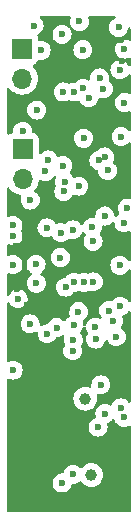
<source format=gbr>
%TF.GenerationSoftware,KiCad,Pcbnew,8.0.0*%
%TF.CreationDate,2025-08-09T21:47:33-07:00*%
%TF.ProjectId,it sure is getting hot in here,69742073-7572-4652-9069-732067657474,rev?*%
%TF.SameCoordinates,Original*%
%TF.FileFunction,Copper,L2,Inr*%
%TF.FilePolarity,Positive*%
%FSLAX46Y46*%
G04 Gerber Fmt 4.6, Leading zero omitted, Abs format (unit mm)*
G04 Created by KiCad (PCBNEW 8.0.0) date 2025-08-09 21:47:33*
%MOMM*%
%LPD*%
G01*
G04 APERTURE LIST*
%TA.AperFunction,ComponentPad*%
%ADD10R,1.700000X1.700000*%
%TD*%
%TA.AperFunction,ComponentPad*%
%ADD11O,1.700000X1.700000*%
%TD*%
%TA.AperFunction,ViaPad*%
%ADD12C,0.600000*%
%TD*%
%TA.AperFunction,ViaPad*%
%ADD13C,1.000000*%
%TD*%
G04 APERTURE END LIST*
D10*
%TO.N,Net-(J1-Pin_1)*%
%TO.C,J1*%
X1580800Y39219200D03*
D11*
%TO.N,Net-(J1-Pin_2)*%
X1580800Y36679200D03*
%TD*%
D10*
%TO.N,Net-(J2-Pin_1)*%
%TO.C,J2*%
X1625600Y30713600D03*
D11*
%TO.N,Net-(J2-Pin_2)*%
X1625600Y28173600D03*
%TD*%
D12*
%TO.N,/LEDINDICATION*%
X10205800Y24469200D03*
X1630800Y32219200D03*
%TO.N,+3V3*%
X580800Y32219200D03*
%TO.N,GND*%
X2255800Y15914200D03*
%TO.N,+3V3*%
X2005800Y17544200D03*
%TO.N,/DRDY*%
X9955800Y31769200D03*
X7580800Y22894200D03*
%TO.N,+3V3*%
X10405800Y22244200D03*
%TO.N,GND*%
X5955800Y15794200D03*
%TO.N,/MAX2_CS*%
X7530800Y24094200D03*
%TO.N,/MOSI*%
X3805800Y29794200D03*
%TO.N,/DRDY2*%
X8580800Y25044200D03*
%TO.N,Net-(U1-ISENSOR)*%
X6430800Y41519200D03*
X9740035Y41015077D03*
%TO.N,+3V3*%
X10036099Y38201961D03*
%TO.N,/DRDY2*%
X10241819Y39179199D03*
%TO.N,/MOSI*%
X5068880Y35545416D03*
%TO.N,/SCLK*%
X5987579Y35545956D03*
%TO.N,/MAX2_CS*%
X6749862Y35841006D03*
%TO.N,/MISO*%
X8464569Y35825609D03*
%TO.N,GND*%
X8136431Y36729580D03*
X4955800Y40419200D03*
X6718300Y39119200D03*
%TO.N,Net-(J1-Pin_2)*%
X2580800Y41169200D03*
X3180800Y39069200D03*
%TO.N,+3V3*%
X9930800Y39919200D03*
%TO.N,GND*%
X9855800Y37419200D03*
%TO.N,/USB_D+*%
X5880800Y3169200D03*
%TO.N,/USB_D-*%
X4955800Y2444200D03*
%TO.N,/QSPI_SD3*%
X6345361Y16958033D03*
%TO.N,/QSPI_SCLK*%
X5855800Y13643824D03*
%TO.N,/QSPI_SDO*%
X5905800Y14544200D03*
%TO.N,/QSPI_SS*%
X8903240Y17041640D03*
%TO.N,/QSPI_SD1*%
X9305800Y16144200D03*
X7805800Y14619200D03*
%TO.N,/QSPI_SS*%
X7780800Y15619206D03*
%TO.N,/QSPI_SDO*%
X7605800Y19469200D03*
%TO.N,/QSPI_SCLK*%
X6805800Y19426598D03*
%TO.N,/QSPI_SD3*%
X5955798Y19426550D03*
%TO.N,/BATT SENSE *%
X2780800Y19344200D03*
X8577184Y8315025D03*
%TO.N,GND*%
X10200000Y7994200D03*
%TO.N,+3V3*%
X5415745Y17151600D03*
%TO.N,+1V1*%
X5866402Y23869200D03*
%TO.N,/MOSI*%
X800000Y23369200D03*
X5030800Y29319200D03*
%TO.N,/MAX_CS*%
X2755800Y20944200D03*
%TO.N,/MISO*%
X2274096Y26396811D03*
%TO.N,/SWD*%
X3680800Y24044200D03*
%TO.N,/SWCLK*%
X4866400Y23626602D03*
%TO.N,/SCLK*%
X800000Y24244203D03*
%TO.N,/MAX_CS*%
X5180800Y27958845D03*
%TO.N,/SCLK*%
X3551925Y28819037D03*
%TO.N,/MISO*%
X8809123Y28900535D03*
%TO.N,GND*%
X9555800Y14819200D03*
%TO.N,/USB_D+*%
X4490394Y15589088D03*
%TO.N,/USB_D-*%
X3705800Y15069200D03*
%TO.N,Net-(U3-BIAS)*%
X2816351Y34018280D03*
X7230800Y35069200D03*
%TO.N,GND*%
X10240781Y34644144D03*
%TO.N,+3V3*%
X9805800Y32894200D03*
%TO.N,GND*%
X8555800Y30056432D03*
X8082700Y29744200D03*
X6782700Y31623000D03*
X9855800Y20869200D03*
X9880600Y17399000D03*
X4819047Y21526600D03*
X10480800Y25719200D03*
%TO.N,+3V3*%
X9610063Y26213537D03*
%TO.N,GND*%
X6380248Y27574298D03*
X5105800Y27124600D03*
%TO.N,+3V3*%
X5208584Y25860239D03*
X3425343Y27678959D03*
%TO.N,GND*%
X800000Y20929600D03*
%TO.N,+3V3*%
X1019247Y22527792D03*
%TO.N,GND*%
X1244600Y18034000D03*
%TO.N,+3V3*%
X1118099Y18834138D03*
D13*
%TO.N,GND*%
X7416800Y3124200D03*
D12*
%TO.N,+3V3*%
X10380800Y5894200D03*
D13*
%TO.N,GND*%
X6930800Y9575800D03*
D12*
X8243600Y10744200D03*
X812800Y11988800D03*
X8003600Y7162800D03*
%TO.N,+3V3*%
X1244600Y10569000D03*
X9496061Y18898415D03*
D13*
X4927600Y9525000D03*
D12*
%TO.N,+1V1*%
X5264144Y19023068D03*
%TO.N,/BOOTSEL*%
X9926845Y8799116D03*
%TD*%
%TA.AperFunction,Conductor*%
%TO.N,+3V3*%
G36*
X5641019Y41974015D02*
G01*
X5686774Y41921211D01*
X5696718Y41852053D01*
X5691022Y41828746D01*
X5645432Y41698458D01*
X5645430Y41698450D01*
X5625235Y41519204D01*
X5625235Y41519197D01*
X5645430Y41339951D01*
X5645431Y41339946D01*
X5705011Y41169677D01*
X5740992Y41112414D01*
X5759992Y41045177D01*
X5749847Y41011890D01*
X5769499Y41014511D01*
X5832755Y40984839D01*
X5838282Y40979640D01*
X5928538Y40889384D01*
X6081278Y40793411D01*
X6177699Y40759672D01*
X6251545Y40733832D01*
X6251550Y40733831D01*
X6430796Y40713635D01*
X6430800Y40713635D01*
X6430804Y40713635D01*
X6610049Y40733831D01*
X6610052Y40733832D01*
X6610055Y40733832D01*
X6780322Y40793411D01*
X6933062Y40889384D01*
X7060616Y41016938D01*
X7156589Y41169678D01*
X7216168Y41339945D01*
X7216169Y41339951D01*
X7236365Y41519197D01*
X7236365Y41519204D01*
X7216169Y41698450D01*
X7216167Y41698458D01*
X7170578Y41828746D01*
X7167017Y41898525D01*
X7201746Y41959152D01*
X7263739Y41991379D01*
X7287620Y41993700D01*
X9383258Y41993700D01*
X9450297Y41974015D01*
X9496052Y41921211D01*
X9505996Y41852053D01*
X9476971Y41788497D01*
X9424212Y41752658D01*
X9390513Y41740867D01*
X9237772Y41644893D01*
X9110219Y41517340D01*
X9014246Y41364601D01*
X8954666Y41194332D01*
X8954665Y41194327D01*
X8934470Y41015081D01*
X8934470Y41015074D01*
X8954665Y40835828D01*
X8954666Y40835823D01*
X9014246Y40665554D01*
X9110104Y40512998D01*
X9110219Y40512815D01*
X9237773Y40385261D01*
X9328115Y40328495D01*
X9355113Y40311531D01*
X9390513Y40289288D01*
X9531510Y40239951D01*
X9560780Y40229709D01*
X9560785Y40229708D01*
X9740031Y40209512D01*
X9740035Y40209512D01*
X9740039Y40209512D01*
X9919284Y40229708D01*
X9919287Y40229709D01*
X9919290Y40229709D01*
X10089557Y40289288D01*
X10242297Y40385261D01*
X10369851Y40512815D01*
X10465824Y40665555D01*
X10525403Y40835822D01*
X10531438Y40889384D01*
X10533080Y40903953D01*
X10560146Y40968367D01*
X10617741Y41007922D01*
X10687578Y41010060D01*
X10747484Y40974102D01*
X10778440Y40911464D01*
X10780300Y40890070D01*
X10780300Y40010619D01*
X10760615Y39943580D01*
X10707811Y39897825D01*
X10638653Y39887881D01*
X10598015Y39902802D01*
X10597614Y39901968D01*
X10591348Y39904986D01*
X10421073Y39964568D01*
X10421068Y39964569D01*
X10241823Y39984764D01*
X10241815Y39984764D01*
X10062569Y39964569D01*
X10062564Y39964568D01*
X9892295Y39904988D01*
X9739556Y39809015D01*
X9612003Y39681462D01*
X9516030Y39528723D01*
X9456450Y39358454D01*
X9456449Y39358449D01*
X9436254Y39179203D01*
X9436254Y39179196D01*
X9456449Y38999950D01*
X9456450Y38999945D01*
X9516030Y38829676D01*
X9612003Y38676937D01*
X9739557Y38549383D01*
X9892297Y38453410D01*
X9895248Y38451556D01*
X9941539Y38399221D01*
X9952187Y38330168D01*
X9923812Y38266319D01*
X9865422Y38227947D01*
X9843160Y38223342D01*
X9676549Y38204570D01*
X9676545Y38204569D01*
X9506276Y38144989D01*
X9353537Y38049016D01*
X9225984Y37921463D01*
X9130011Y37768724D01*
X9070431Y37598455D01*
X9070430Y37598450D01*
X9050235Y37419204D01*
X9050235Y37419197D01*
X9070430Y37239951D01*
X9070431Y37239946D01*
X9130011Y37069677D01*
X9144051Y37047333D01*
X9225984Y36916938D01*
X9353538Y36789384D01*
X9506278Y36693411D01*
X9546891Y36679200D01*
X9676545Y36633832D01*
X9676550Y36633831D01*
X9855796Y36613635D01*
X9855800Y36613635D01*
X9855804Y36613635D01*
X10035049Y36633831D01*
X10035052Y36633832D01*
X10035055Y36633832D01*
X10205322Y36693411D01*
X10358062Y36789384D01*
X10485616Y36916938D01*
X10551306Y37021484D01*
X10603641Y37067774D01*
X10672694Y37078422D01*
X10736543Y37050047D01*
X10774915Y36991657D01*
X10780300Y36955511D01*
X10780300Y35474912D01*
X10760615Y35407873D01*
X10707811Y35362118D01*
X10638653Y35352174D01*
X10596866Y35367517D01*
X10596576Y35366913D01*
X10590372Y35369901D01*
X10590333Y35369915D01*
X10590306Y35369932D01*
X10420035Y35429513D01*
X10420030Y35429514D01*
X10240785Y35449709D01*
X10240777Y35449709D01*
X10061531Y35429514D01*
X10061526Y35429513D01*
X9891257Y35369933D01*
X9738518Y35273960D01*
X9610965Y35146407D01*
X9514992Y34993668D01*
X9455412Y34823399D01*
X9455411Y34823394D01*
X9435216Y34644148D01*
X9435216Y34644141D01*
X9455411Y34464895D01*
X9455412Y34464890D01*
X9514992Y34294621D01*
X9521772Y34283831D01*
X9610965Y34141882D01*
X9738519Y34014328D01*
X9828861Y33957562D01*
X9891233Y33918371D01*
X9891259Y33918355D01*
X9895109Y33917008D01*
X10061526Y33858776D01*
X10061531Y33858775D01*
X10240777Y33838579D01*
X10240781Y33838579D01*
X10240785Y33838579D01*
X10420030Y33858775D01*
X10420033Y33858776D01*
X10420036Y33858776D01*
X10590303Y33918355D01*
X10590321Y33918366D01*
X10590337Y33918371D01*
X10596576Y33921375D01*
X10597102Y33920283D01*
X10657556Y33937371D01*
X10724393Y33917008D01*
X10769610Y33863743D01*
X10780300Y33813377D01*
X10780300Y32376140D01*
X10760615Y32309101D01*
X10707811Y32263346D01*
X10638653Y32253402D01*
X10575097Y32282427D01*
X10568619Y32288459D01*
X10458062Y32399016D01*
X10305323Y32494989D01*
X10135054Y32554569D01*
X10135049Y32554570D01*
X9955804Y32574765D01*
X9955796Y32574765D01*
X9776550Y32554570D01*
X9776545Y32554569D01*
X9606276Y32494989D01*
X9453537Y32399016D01*
X9325984Y32271463D01*
X9230011Y32118724D01*
X9170431Y31948455D01*
X9170430Y31948450D01*
X9150235Y31769204D01*
X9150235Y31769197D01*
X9170430Y31589951D01*
X9170431Y31589946D01*
X9230011Y31419677D01*
X9315624Y31283426D01*
X9325984Y31266938D01*
X9453538Y31139384D01*
X9606278Y31043411D01*
X9749816Y30993185D01*
X9776545Y30983832D01*
X9776550Y30983831D01*
X9955796Y30963635D01*
X9955800Y30963635D01*
X9955804Y30963635D01*
X10135049Y30983831D01*
X10135052Y30983832D01*
X10135055Y30983832D01*
X10305322Y31043411D01*
X10458062Y31139384D01*
X10568619Y31249941D01*
X10629942Y31283426D01*
X10699634Y31278442D01*
X10755567Y31236570D01*
X10779984Y31171106D01*
X10780300Y31162260D01*
X10780300Y26629776D01*
X10760615Y26562737D01*
X10707811Y26516982D01*
X10642417Y26506556D01*
X10480804Y26524765D01*
X10480796Y26524765D01*
X10301550Y26504570D01*
X10301545Y26504569D01*
X10131276Y26444989D01*
X9978537Y26349016D01*
X9850984Y26221463D01*
X9755011Y26068724D01*
X9695431Y25898455D01*
X9695430Y25898450D01*
X9675235Y25719204D01*
X9675235Y25719197D01*
X9695430Y25539951D01*
X9695431Y25539946D01*
X9755011Y25369677D01*
X9796398Y25303811D01*
X9815398Y25236575D01*
X9795030Y25169739D01*
X9757377Y25132846D01*
X9703540Y25099018D01*
X9595004Y24990482D01*
X9533681Y24956998D01*
X9463989Y24961982D01*
X9408056Y25003854D01*
X9384103Y25064281D01*
X9366169Y25223450D01*
X9366168Y25223455D01*
X9338050Y25303811D01*
X9306589Y25393722D01*
X9210616Y25546462D01*
X9083062Y25674016D01*
X9011157Y25719197D01*
X8930323Y25769989D01*
X8760054Y25829569D01*
X8760049Y25829570D01*
X8580804Y25849765D01*
X8580796Y25849765D01*
X8401550Y25829570D01*
X8401545Y25829569D01*
X8231276Y25769989D01*
X8078537Y25674016D01*
X7950984Y25546463D01*
X7855011Y25393724D01*
X7795431Y25223455D01*
X7795430Y25223450D01*
X7775235Y25044204D01*
X7775235Y25044195D01*
X7777451Y25024525D01*
X7765396Y24955703D01*
X7718046Y24904325D01*
X7650436Y24886701D01*
X7640348Y24887423D01*
X7530804Y24899765D01*
X7530796Y24899765D01*
X7351550Y24879570D01*
X7351545Y24879569D01*
X7181276Y24819989D01*
X7028537Y24724016D01*
X6900984Y24596463D01*
X6805008Y24443720D01*
X6763359Y24324693D01*
X6722637Y24267917D01*
X6657684Y24242170D01*
X6589123Y24255627D01*
X6541324Y24299676D01*
X6529552Y24318411D01*
X6496218Y24371462D01*
X6368664Y24499016D01*
X6215925Y24594989D01*
X6045656Y24654569D01*
X6045651Y24654570D01*
X5866406Y24674765D01*
X5866398Y24674765D01*
X5687152Y24654570D01*
X5687147Y24654569D01*
X5516878Y24594989D01*
X5364139Y24499016D01*
X5364138Y24499015D01*
X5272194Y24407072D01*
X5210871Y24373588D01*
X5143559Y24377712D01*
X5045654Y24411971D01*
X5045649Y24411972D01*
X4866404Y24432167D01*
X4866396Y24432167D01*
X4687150Y24411972D01*
X4687142Y24411970D01*
X4541093Y24360865D01*
X4471314Y24357304D01*
X4410687Y24392033D01*
X4395145Y24411935D01*
X4340428Y24499016D01*
X4310616Y24546462D01*
X4183062Y24674016D01*
X4103488Y24724016D01*
X4030323Y24769989D01*
X3860054Y24829569D01*
X3860049Y24829570D01*
X3680804Y24849765D01*
X3680796Y24849765D01*
X3501550Y24829570D01*
X3501545Y24829569D01*
X3331276Y24769989D01*
X3178537Y24674016D01*
X3050984Y24546463D01*
X2955011Y24393724D01*
X2895431Y24223455D01*
X2895430Y24223450D01*
X2875235Y24044204D01*
X2875235Y24044197D01*
X2895430Y23864951D01*
X2895431Y23864946D01*
X2955011Y23694677D01*
X2976541Y23660413D01*
X3050984Y23541938D01*
X3178538Y23414384D01*
X3331278Y23318411D01*
X3444563Y23278771D01*
X3501545Y23258832D01*
X3501550Y23258831D01*
X3680796Y23238635D01*
X3680800Y23238635D01*
X3680804Y23238635D01*
X3860049Y23258831D01*
X3860051Y23258832D01*
X3860055Y23258832D01*
X3860058Y23258834D01*
X3860062Y23258834D01*
X4006105Y23309937D01*
X4075884Y23313499D01*
X4136511Y23278771D01*
X4152054Y23258868D01*
X4222143Y23147322D01*
X4236584Y23124340D01*
X4364138Y22996786D01*
X4516878Y22900813D01*
X4687145Y22841234D01*
X4687150Y22841233D01*
X4866396Y22821037D01*
X4866400Y22821037D01*
X4866404Y22821037D01*
X5045649Y22841233D01*
X5045652Y22841234D01*
X5045655Y22841234D01*
X5215922Y22900813D01*
X5368662Y22996786D01*
X5460606Y23088730D01*
X5521929Y23122215D01*
X5589242Y23118090D01*
X5687139Y23083834D01*
X5687145Y23083833D01*
X5687147Y23083832D01*
X5687148Y23083832D01*
X5687152Y23083831D01*
X5866398Y23063635D01*
X5866402Y23063635D01*
X5866406Y23063635D01*
X6045651Y23083831D01*
X6045654Y23083832D01*
X6045657Y23083832D01*
X6215924Y23143411D01*
X6368664Y23239384D01*
X6496218Y23366938D01*
X6592191Y23519678D01*
X6633841Y23638708D01*
X6674563Y23695483D01*
X6739515Y23721231D01*
X6808077Y23707775D01*
X6855876Y23663725D01*
X6900979Y23591944D01*
X6900984Y23591938D01*
X6937196Y23555726D01*
X6970681Y23494403D01*
X6965697Y23424711D01*
X6954509Y23402073D01*
X6855011Y23243724D01*
X6795431Y23073455D01*
X6795430Y23073450D01*
X6775235Y22894204D01*
X6775235Y22894197D01*
X6795430Y22714951D01*
X6795431Y22714946D01*
X6855011Y22544677D01*
X6950984Y22391938D01*
X7078538Y22264384D01*
X7231278Y22168411D01*
X7265558Y22156416D01*
X7401545Y22108832D01*
X7401550Y22108831D01*
X7580796Y22088635D01*
X7580800Y22088635D01*
X7580804Y22088635D01*
X7760049Y22108831D01*
X7760052Y22108832D01*
X7760055Y22108832D01*
X7930322Y22168411D01*
X8083062Y22264384D01*
X8210616Y22391938D01*
X8306589Y22544678D01*
X8366168Y22714945D01*
X8380397Y22841233D01*
X8386365Y22894197D01*
X8386365Y22894204D01*
X8366169Y23073450D01*
X8366168Y23073455D01*
X8360823Y23088730D01*
X8306589Y23243722D01*
X8297095Y23258831D01*
X8228644Y23367771D01*
X8210616Y23396462D01*
X8174403Y23432675D01*
X8140918Y23493998D01*
X8145902Y23563690D01*
X8157091Y23586329D01*
X8160614Y23591937D01*
X8160616Y23591938D01*
X8256589Y23744678D01*
X8316168Y23914945D01*
X8330731Y24044197D01*
X8336365Y24094197D01*
X8336365Y24094200D01*
X8334148Y24113874D01*
X8346201Y24182694D01*
X8393549Y24234074D01*
X8461159Y24251700D01*
X8471252Y24250978D01*
X8580797Y24238635D01*
X8580800Y24238635D01*
X8580804Y24238635D01*
X8760049Y24258831D01*
X8760052Y24258832D01*
X8760055Y24258832D01*
X8930322Y24318411D01*
X9083062Y24414384D01*
X9191598Y24522921D01*
X9252917Y24556403D01*
X9322609Y24551419D01*
X9378543Y24509548D01*
X9402496Y24449121D01*
X9420430Y24289950D01*
X9420431Y24289946D01*
X9480011Y24119677D01*
X9527437Y24044200D01*
X9575984Y23966938D01*
X9703538Y23839384D01*
X9753538Y23807967D01*
X9854264Y23744676D01*
X9856278Y23743411D01*
X9995549Y23694678D01*
X10026545Y23683832D01*
X10026550Y23683831D01*
X10205796Y23663635D01*
X10205800Y23663635D01*
X10205804Y23663635D01*
X10385049Y23683831D01*
X10385052Y23683832D01*
X10385055Y23683832D01*
X10555322Y23743411D01*
X10557336Y23744676D01*
X10590327Y23765406D01*
X10657564Y23784407D01*
X10724399Y23764040D01*
X10769613Y23710772D01*
X10780300Y23660413D01*
X10780300Y21332890D01*
X10760615Y21265851D01*
X10707811Y21220096D01*
X10638653Y21210152D01*
X10575097Y21239177D01*
X10551307Y21266917D01*
X10485617Y21371461D01*
X10358062Y21499016D01*
X10205323Y21594989D01*
X10035054Y21654569D01*
X10035049Y21654570D01*
X9855804Y21674765D01*
X9855796Y21674765D01*
X9676550Y21654570D01*
X9676545Y21654569D01*
X9506276Y21594989D01*
X9353537Y21499016D01*
X9225984Y21371463D01*
X9130011Y21218724D01*
X9070431Y21048455D01*
X9070430Y21048450D01*
X9050235Y20869204D01*
X9050235Y20869197D01*
X9070430Y20689951D01*
X9070431Y20689946D01*
X9130011Y20519677D01*
X9160294Y20471483D01*
X9225984Y20366938D01*
X9353538Y20239384D01*
X9424189Y20194991D01*
X9501538Y20146389D01*
X9506278Y20143411D01*
X9632066Y20099396D01*
X9676545Y20083832D01*
X9676550Y20083831D01*
X9855796Y20063635D01*
X9855800Y20063635D01*
X9855804Y20063635D01*
X10035049Y20083831D01*
X10035052Y20083832D01*
X10035055Y20083832D01*
X10205322Y20143411D01*
X10358062Y20239384D01*
X10485616Y20366938D01*
X10551306Y20471484D01*
X10603641Y20517774D01*
X10672694Y20528422D01*
X10736543Y20500047D01*
X10774915Y20441657D01*
X10780300Y20405511D01*
X10780300Y17902158D01*
X10760615Y17835119D01*
X10707811Y17789364D01*
X10638653Y17779420D01*
X10575097Y17808445D01*
X10551306Y17836186D01*
X10544382Y17847205D01*
X10510416Y17901262D01*
X10382862Y18028816D01*
X10230123Y18124789D01*
X10059854Y18184369D01*
X10059849Y18184370D01*
X9880604Y18204565D01*
X9880596Y18204565D01*
X9701350Y18184370D01*
X9701345Y18184369D01*
X9531076Y18124789D01*
X9378337Y18028816D01*
X9250780Y17901259D01*
X9234814Y17875848D01*
X9182479Y17829557D01*
X9113425Y17818910D01*
X9088872Y17824778D01*
X9082499Y17827008D01*
X9082493Y17827009D01*
X8903244Y17847205D01*
X8903236Y17847205D01*
X8723990Y17827010D01*
X8723985Y17827009D01*
X8553716Y17767429D01*
X8400977Y17671456D01*
X8273424Y17543903D01*
X8177451Y17391164D01*
X8117871Y17220895D01*
X8117870Y17220890D01*
X8097675Y17041644D01*
X8097675Y17041637D01*
X8117870Y16862391D01*
X8117871Y16862386D01*
X8177451Y16692117D01*
X8214789Y16632695D01*
X8273185Y16539758D01*
X8273427Y16539374D01*
X8275583Y16536670D01*
X8276430Y16534593D01*
X8277129Y16533482D01*
X8276934Y16533360D01*
X8301991Y16471983D01*
X8289234Y16403288D01*
X8241362Y16352395D01*
X8173575Y16335462D01*
X8137516Y16344470D01*
X8136895Y16342695D01*
X7960054Y16404575D01*
X7960049Y16404576D01*
X7780804Y16424771D01*
X7780796Y16424771D01*
X7601550Y16404576D01*
X7601545Y16404575D01*
X7431276Y16344995D01*
X7278537Y16249022D01*
X7150984Y16121469D01*
X7055008Y15968726D01*
X6997446Y15804223D01*
X6956724Y15747447D01*
X6891771Y15721700D01*
X6823210Y15735157D01*
X6772807Y15783544D01*
X6757185Y15831295D01*
X6755939Y15842352D01*
X6747845Y15914198D01*
X6741169Y15973451D01*
X6741168Y15973455D01*
X6691253Y16116104D01*
X6687692Y16185883D01*
X6722421Y16246511D01*
X6742320Y16262051D01*
X6847623Y16328217D01*
X6975177Y16455771D01*
X7071150Y16608511D01*
X7130729Y16778778D01*
X7140149Y16862385D01*
X7150926Y16958030D01*
X7150926Y16958037D01*
X7130730Y17137283D01*
X7130729Y17137288D01*
X7101475Y17220890D01*
X7071150Y17307555D01*
X6975177Y17460295D01*
X6847623Y17587849D01*
X6694884Y17683822D01*
X6524615Y17743402D01*
X6524610Y17743403D01*
X6345365Y17763598D01*
X6345357Y17763598D01*
X6166111Y17743403D01*
X6166106Y17743402D01*
X5995837Y17683822D01*
X5843098Y17587849D01*
X5715545Y17460296D01*
X5619572Y17307557D01*
X5559992Y17137288D01*
X5559991Y17137283D01*
X5539796Y16958037D01*
X5539796Y16958030D01*
X5559991Y16778784D01*
X5559994Y16778771D01*
X5609907Y16636130D01*
X5613469Y16566351D01*
X5578741Y16505724D01*
X5558839Y16490182D01*
X5453539Y16424018D01*
X5325984Y16296463D01*
X5250158Y16175786D01*
X5197823Y16129495D01*
X5128769Y16118847D01*
X5064921Y16147222D01*
X5057483Y16154077D01*
X4992656Y16218904D01*
X4839917Y16314877D01*
X4669648Y16374457D01*
X4669643Y16374458D01*
X4490398Y16394653D01*
X4490390Y16394653D01*
X4311144Y16374458D01*
X4311139Y16374457D01*
X4140870Y16314877D01*
X3988131Y16218904D01*
X3860578Y16091351D01*
X3760900Y15932714D01*
X3759534Y15933572D01*
X3718369Y15887988D01*
X3667367Y15870436D01*
X3526549Y15854570D01*
X3526545Y15854569D01*
X3356276Y15794989D01*
X3242462Y15723474D01*
X3175225Y15704474D01*
X3108390Y15724842D01*
X3063176Y15778110D01*
X3053270Y15842352D01*
X3061365Y15914198D01*
X3061365Y15914204D01*
X3041169Y16093450D01*
X3041168Y16093455D01*
X3023413Y16144197D01*
X2981589Y16263722D01*
X2961016Y16296463D01*
X2912010Y16374456D01*
X2885616Y16416462D01*
X2758062Y16544016D01*
X2722516Y16566351D01*
X2605323Y16639989D01*
X2435054Y16699569D01*
X2435049Y16699570D01*
X2255804Y16719765D01*
X2255796Y16719765D01*
X2076550Y16699570D01*
X2076545Y16699569D01*
X1906276Y16639989D01*
X1753537Y16544016D01*
X1625984Y16416463D01*
X1530011Y16263724D01*
X1470431Y16093455D01*
X1470430Y16093450D01*
X1450235Y15914204D01*
X1450235Y15914197D01*
X1470430Y15734951D01*
X1470431Y15734946D01*
X1530011Y15564677D01*
X1561614Y15514382D01*
X1625984Y15411938D01*
X1753538Y15284384D01*
X1906278Y15188411D01*
X2019460Y15148807D01*
X2076545Y15128832D01*
X2076550Y15128831D01*
X2255796Y15108635D01*
X2255800Y15108635D01*
X2255804Y15108635D01*
X2435049Y15128831D01*
X2435052Y15128832D01*
X2435055Y15128832D01*
X2605322Y15188411D01*
X2719138Y15259927D01*
X2786373Y15278927D01*
X2853208Y15258560D01*
X2898422Y15205292D01*
X2908330Y15141051D01*
X2905614Y15116944D01*
X2900678Y15073125D01*
X2900235Y15069197D01*
X2920430Y14889951D01*
X2920431Y14889946D01*
X2980011Y14719677D01*
X3043147Y14619197D01*
X3075984Y14566938D01*
X3203538Y14439384D01*
X3356278Y14343411D01*
X3526545Y14283832D01*
X3526550Y14283831D01*
X3705796Y14263635D01*
X3705800Y14263635D01*
X3705804Y14263635D01*
X3885049Y14283831D01*
X3885052Y14283832D01*
X3885055Y14283832D01*
X4055322Y14343411D01*
X4208062Y14439384D01*
X4335616Y14566938D01*
X4412651Y14689540D01*
X4435294Y14725574D01*
X4436663Y14724714D01*
X4477799Y14770286D01*
X4528827Y14787853D01*
X4669643Y14803719D01*
X4669646Y14803720D01*
X4669649Y14803720D01*
X4839916Y14863299D01*
X4962159Y14940110D01*
X5029394Y14959110D01*
X5096229Y14938743D01*
X5141443Y14885475D01*
X5150682Y14816219D01*
X5145172Y14794163D01*
X5120433Y14723461D01*
X5120430Y14723450D01*
X5100235Y14544204D01*
X5100235Y14544197D01*
X5120430Y14364951D01*
X5120433Y14364938D01*
X5180010Y14194679D01*
X5183031Y14188406D01*
X5180392Y14187136D01*
X5195809Y14132473D01*
X5176811Y14067829D01*
X5130008Y13993342D01*
X5070433Y13823087D01*
X5070430Y13823074D01*
X5050235Y13643828D01*
X5050235Y13643821D01*
X5070430Y13464575D01*
X5070431Y13464570D01*
X5130011Y13294301D01*
X5225984Y13141562D01*
X5353538Y13014008D01*
X5506278Y12918035D01*
X5676545Y12858456D01*
X5676550Y12858455D01*
X5855796Y12838259D01*
X5855800Y12838259D01*
X5855804Y12838259D01*
X6035049Y12858455D01*
X6035052Y12858456D01*
X6035055Y12858456D01*
X6205322Y12918035D01*
X6358062Y13014008D01*
X6485616Y13141562D01*
X6581589Y13294302D01*
X6641168Y13464569D01*
X6661365Y13643824D01*
X6642232Y13813635D01*
X6641169Y13823074D01*
X6641168Y13823079D01*
X6581586Y13993354D01*
X6578569Y13999619D01*
X6581213Y14000893D01*
X6565790Y14055511D01*
X6584790Y14120199D01*
X6592503Y14132473D01*
X6631589Y14194678D01*
X6691168Y14364945D01*
X6691169Y14364951D01*
X6711365Y14544197D01*
X6711365Y14544204D01*
X6691169Y14723450D01*
X6691168Y14723455D01*
X6664924Y14798455D01*
X6631589Y14893722D01*
X6609190Y14929369D01*
X6565781Y14998455D01*
X6535616Y15046462D01*
X6525559Y15056519D01*
X6492074Y15117842D01*
X6497058Y15187534D01*
X6525559Y15231881D01*
X6553604Y15259926D01*
X6585616Y15291938D01*
X6681589Y15444678D01*
X6739152Y15609185D01*
X6779874Y15665960D01*
X6844827Y15691707D01*
X6913388Y15678251D01*
X6963791Y15629864D01*
X6979414Y15582112D01*
X6995430Y15439957D01*
X6995431Y15439952D01*
X7055011Y15269683D01*
X7120611Y15165282D01*
X7139611Y15098045D01*
X7120612Y15033339D01*
X7080008Y14968718D01*
X7020433Y14798463D01*
X7020430Y14798450D01*
X7000235Y14619204D01*
X7000235Y14619197D01*
X7020430Y14439951D01*
X7020431Y14439946D01*
X7080011Y14269677D01*
X7165389Y14133800D01*
X7175984Y14116938D01*
X7303538Y13989384D01*
X7456278Y13893411D01*
X7626545Y13833832D01*
X7626550Y13833831D01*
X7805796Y13813635D01*
X7805800Y13813635D01*
X7805804Y13813635D01*
X7985049Y13833831D01*
X7985052Y13833832D01*
X7985055Y13833832D01*
X8155322Y13893411D01*
X8308062Y13989384D01*
X8435616Y14116938D01*
X8531589Y14269678D01*
X8591168Y14439945D01*
X8591169Y14439951D01*
X8592717Y14446732D01*
X8594204Y14446393D01*
X8618106Y14503292D01*
X8675696Y14542854D01*
X8745533Y14545000D01*
X8805444Y14509049D01*
X8825691Y14475329D01*
X8826988Y14475953D01*
X8830007Y14469684D01*
X8909349Y14343412D01*
X8925984Y14316938D01*
X9053538Y14189384D01*
X9206278Y14093411D01*
X9314590Y14055511D01*
X9376545Y14033832D01*
X9376550Y14033831D01*
X9555796Y14013635D01*
X9555800Y14013635D01*
X9555804Y14013635D01*
X9735049Y14033831D01*
X9735052Y14033832D01*
X9735055Y14033832D01*
X9905322Y14093411D01*
X10058062Y14189384D01*
X10185616Y14316938D01*
X10281589Y14469678D01*
X10341168Y14639945D01*
X10350577Y14723450D01*
X10361365Y14819197D01*
X10361365Y14819204D01*
X10341169Y14998450D01*
X10341168Y14998455D01*
X10281589Y15168722D01*
X10185616Y15321462D01*
X10058062Y15449016D01*
X9988360Y15492813D01*
X9942070Y15545147D01*
X9931422Y15614201D01*
X9949339Y15663778D01*
X9966888Y15691707D01*
X10031589Y15794678D01*
X10091168Y15964945D01*
X10091594Y15968726D01*
X10111365Y16144197D01*
X10111365Y16144204D01*
X10091169Y16323450D01*
X10091166Y16323463D01*
X10038246Y16474698D01*
X10034684Y16544477D01*
X10069412Y16605104D01*
X10114331Y16632695D01*
X10230122Y16673211D01*
X10382862Y16769184D01*
X10510416Y16896738D01*
X10551307Y16961817D01*
X10603640Y17008106D01*
X10672694Y17018755D01*
X10736542Y16990380D01*
X10774915Y16931990D01*
X10780300Y16895843D01*
X10780300Y9375315D01*
X10760615Y9308276D01*
X10707811Y9262521D01*
X10638653Y9252577D01*
X10575097Y9281602D01*
X10559354Y9298000D01*
X10556664Y9301373D01*
X10556661Y9301378D01*
X10429107Y9428932D01*
X10276368Y9524905D01*
X10106099Y9584485D01*
X10106094Y9584486D01*
X9926849Y9604681D01*
X9926841Y9604681D01*
X9747595Y9584486D01*
X9747590Y9584485D01*
X9577321Y9524905D01*
X9424582Y9428932D01*
X9297029Y9301379D01*
X9201054Y9148636D01*
X9172033Y9065699D01*
X9131311Y9008923D01*
X9066359Y8983176D01*
X8997797Y8996632D01*
X8989020Y9001660D01*
X8926707Y9040814D01*
X8756438Y9100394D01*
X8756433Y9100395D01*
X8577188Y9120590D01*
X8577180Y9120590D01*
X8397934Y9100395D01*
X8397929Y9100394D01*
X8227660Y9040814D01*
X8074921Y8944841D01*
X7947368Y8817288D01*
X7851395Y8664549D01*
X7791815Y8494280D01*
X7791814Y8494275D01*
X7771619Y8315029D01*
X7771619Y8315022D01*
X7791814Y8135776D01*
X7791816Y8135768D01*
X7812893Y8075533D01*
X7816454Y8005754D01*
X7781725Y7945127D01*
X7736806Y7917538D01*
X7654080Y7888591D01*
X7501337Y7792616D01*
X7373784Y7665063D01*
X7277811Y7512324D01*
X7218231Y7342055D01*
X7218230Y7342050D01*
X7198035Y7162804D01*
X7198035Y7162797D01*
X7218230Y6983551D01*
X7218231Y6983546D01*
X7277811Y6813277D01*
X7373784Y6660538D01*
X7501338Y6532984D01*
X7654078Y6437011D01*
X7824345Y6377432D01*
X7824350Y6377431D01*
X8003596Y6357235D01*
X8003600Y6357235D01*
X8003604Y6357235D01*
X8182849Y6377431D01*
X8182852Y6377432D01*
X8182855Y6377432D01*
X8353122Y6437011D01*
X8505862Y6532984D01*
X8633416Y6660538D01*
X8729389Y6813278D01*
X8788968Y6983545D01*
X8809165Y7162800D01*
X8806254Y7188635D01*
X8788969Y7342050D01*
X8788966Y7342063D01*
X8767891Y7402292D01*
X8764329Y7472071D01*
X8799057Y7532698D01*
X8843977Y7560289D01*
X8892660Y7577323D01*
X8926704Y7589235D01*
X8926706Y7589236D01*
X9079446Y7685209D01*
X9207000Y7812763D01*
X9207003Y7812769D01*
X9211343Y7818209D01*
X9213626Y7816389D01*
X9256128Y7854028D01*
X9325175Y7864718D01*
X9389040Y7836382D01*
X9425897Y7782751D01*
X9474210Y7644679D01*
X9548992Y7525665D01*
X9570184Y7491938D01*
X9697738Y7364384D01*
X9850478Y7268411D01*
X10020745Y7208832D01*
X10020750Y7208831D01*
X10199996Y7188635D01*
X10200000Y7188635D01*
X10200004Y7188635D01*
X10379249Y7208831D01*
X10379252Y7208832D01*
X10379255Y7208832D01*
X10549522Y7268411D01*
X10590329Y7294052D01*
X10657563Y7313052D01*
X10724398Y7292685D01*
X10769613Y7239418D01*
X10780300Y7189058D01*
X10780300Y118700D01*
X10760615Y51661D01*
X10707811Y5906D01*
X10656300Y-5300D01*
X405300Y-5300D01*
X338261Y14385D01*
X292506Y67189D01*
X281300Y118700D01*
X281300Y2444197D01*
X4150235Y2444197D01*
X4170430Y2264951D01*
X4170431Y2264946D01*
X4230011Y2094677D01*
X4325984Y1941938D01*
X4453538Y1814384D01*
X4606278Y1718411D01*
X4776545Y1658832D01*
X4776550Y1658831D01*
X4955796Y1638635D01*
X4955800Y1638635D01*
X4955804Y1638635D01*
X5135049Y1658831D01*
X5135052Y1658832D01*
X5135055Y1658832D01*
X5305322Y1718411D01*
X5458062Y1814384D01*
X5585616Y1941938D01*
X5681589Y2094678D01*
X5741168Y2264945D01*
X5741168Y2264952D01*
X5741969Y2268456D01*
X5743111Y2270499D01*
X5743468Y2271518D01*
X5743646Y2271456D01*
X5776074Y2329437D01*
X5837733Y2362299D01*
X5876746Y2364092D01*
X5880800Y2363635D01*
X5993552Y2376340D01*
X6060049Y2383831D01*
X6060052Y2383832D01*
X6060055Y2383832D01*
X6230322Y2443411D01*
X6383062Y2539384D01*
X6406823Y2563146D01*
X6468142Y2596629D01*
X6537834Y2591646D01*
X6590355Y2554128D01*
X6705916Y2413317D01*
X6858260Y2288291D01*
X6858267Y2288287D01*
X7032066Y2195389D01*
X7032069Y2195389D01*
X7032073Y2195386D01*
X7220668Y2138176D01*
X7416800Y2118859D01*
X7612932Y2138176D01*
X7801527Y2195386D01*
X7975338Y2288290D01*
X8127683Y2413317D01*
X8252710Y2565662D01*
X8345614Y2739473D01*
X8402824Y2928068D01*
X8422141Y3124200D01*
X8402824Y3320332D01*
X8345614Y3508927D01*
X8345611Y3508931D01*
X8345611Y3508934D01*
X8252713Y3682733D01*
X8252709Y3682740D01*
X8127683Y3835084D01*
X7975339Y3960110D01*
X7975332Y3960114D01*
X7801533Y4053012D01*
X7801527Y4053014D01*
X7612932Y4110224D01*
X7612929Y4110225D01*
X7416800Y4129541D01*
X7220670Y4110225D01*
X7032066Y4053012D01*
X6858267Y3960114D01*
X6858260Y3960110D01*
X6705919Y3835086D01*
X6630923Y3743704D01*
X6573176Y3704370D01*
X6503332Y3702501D01*
X6447389Y3734689D01*
X6383062Y3799016D01*
X6230323Y3894989D01*
X6060054Y3954569D01*
X6060049Y3954570D01*
X5880804Y3974765D01*
X5880796Y3974765D01*
X5701550Y3954570D01*
X5701545Y3954569D01*
X5531276Y3894989D01*
X5378537Y3799016D01*
X5250984Y3671463D01*
X5155010Y3518722D01*
X5095430Y3348449D01*
X5094625Y3344922D01*
X5093480Y3342878D01*
X5093133Y3341883D01*
X5092958Y3341944D01*
X5060509Y3283948D01*
X4998844Y3251097D01*
X4959859Y3249308D01*
X4955801Y3249765D01*
X4955796Y3249765D01*
X4776550Y3229570D01*
X4776545Y3229569D01*
X4606276Y3169989D01*
X4453537Y3074016D01*
X4325984Y2946463D01*
X4230011Y2793724D01*
X4170431Y2623455D01*
X4170430Y2623450D01*
X4150235Y2444204D01*
X4150235Y2444197D01*
X281300Y2444197D01*
X281300Y9575800D01*
X5925459Y9575800D01*
X5944775Y9379671D01*
X6001988Y9191067D01*
X6094886Y9017268D01*
X6094890Y9017261D01*
X6219916Y8864917D01*
X6372260Y8739891D01*
X6372267Y8739887D01*
X6546066Y8646989D01*
X6546069Y8646989D01*
X6546073Y8646986D01*
X6734668Y8589776D01*
X6930800Y8570459D01*
X7126932Y8589776D01*
X7315527Y8646986D01*
X7348382Y8664547D01*
X7489332Y8739887D01*
X7489338Y8739890D01*
X7641683Y8864917D01*
X7766710Y9017262D01*
X7859614Y9191073D01*
X7916824Y9379668D01*
X7936141Y9575800D01*
X7916824Y9771932D01*
X7906767Y9805083D01*
X7906143Y9874946D01*
X7943390Y9934060D01*
X8006684Y9963652D01*
X8057229Y9958966D01*
X8057553Y9960382D01*
X8064343Y9958833D01*
X8064345Y9958832D01*
X8064346Y9958832D01*
X8064350Y9958831D01*
X8243596Y9938635D01*
X8243600Y9938635D01*
X8243604Y9938635D01*
X8422849Y9958831D01*
X8422852Y9958832D01*
X8422855Y9958832D01*
X8593122Y10018411D01*
X8745862Y10114384D01*
X8873416Y10241938D01*
X8969389Y10394678D01*
X9028968Y10564945D01*
X9028969Y10564951D01*
X9049165Y10744197D01*
X9049165Y10744204D01*
X9028969Y10923450D01*
X9028968Y10923455D01*
X8969388Y11093724D01*
X8900454Y11203431D01*
X8873416Y11246462D01*
X8745862Y11374016D01*
X8723253Y11388222D01*
X8593123Y11469989D01*
X8422854Y11529569D01*
X8422849Y11529570D01*
X8243604Y11549765D01*
X8243596Y11549765D01*
X8064350Y11529570D01*
X8064345Y11529569D01*
X7894076Y11469989D01*
X7741337Y11374016D01*
X7613784Y11246463D01*
X7517811Y11093724D01*
X7458231Y10923455D01*
X7458230Y10923450D01*
X7438035Y10744204D01*
X7438035Y10744195D01*
X7449222Y10644898D01*
X7437167Y10576077D01*
X7389817Y10524698D01*
X7322207Y10507074D01*
X7290006Y10512356D01*
X7126934Y10561824D01*
X6930800Y10581141D01*
X6734670Y10561825D01*
X6546066Y10504612D01*
X6372267Y10411714D01*
X6372260Y10411710D01*
X6219916Y10286684D01*
X6094890Y10134340D01*
X6094886Y10134333D01*
X6001988Y9960534D01*
X5944775Y9771930D01*
X5925459Y9575800D01*
X281300Y9575800D01*
X281300Y11153302D01*
X300985Y11220341D01*
X353789Y11266096D01*
X422947Y11276040D01*
X459106Y11265020D01*
X463275Y11263012D01*
X633545Y11203432D01*
X633550Y11203431D01*
X812796Y11183235D01*
X812800Y11183235D01*
X812804Y11183235D01*
X992049Y11203431D01*
X992052Y11203432D01*
X992055Y11203432D01*
X1162322Y11263011D01*
X1315062Y11358984D01*
X1442616Y11486538D01*
X1538589Y11639278D01*
X1598168Y11809545D01*
X1618365Y11988800D01*
X1598168Y12168055D01*
X1538589Y12338322D01*
X1442616Y12491062D01*
X1315062Y12618616D01*
X1162323Y12714589D01*
X992054Y12774169D01*
X992049Y12774170D01*
X812804Y12794365D01*
X812796Y12794365D01*
X633550Y12774170D01*
X633545Y12774169D01*
X463271Y12714587D01*
X459098Y12712577D01*
X390156Y12701227D01*
X326022Y12728952D01*
X287059Y12786949D01*
X281300Y12824299D01*
X281300Y17634394D01*
X300985Y17701433D01*
X353789Y17747188D01*
X422947Y17757132D01*
X486503Y17728107D01*
X517020Y17688197D01*
X518811Y17684477D01*
X579527Y17587849D01*
X614784Y17531738D01*
X742338Y17404184D01*
X895078Y17308211D01*
X1065345Y17248632D01*
X1065350Y17248631D01*
X1244596Y17228435D01*
X1244600Y17228435D01*
X1244604Y17228435D01*
X1423849Y17248631D01*
X1423852Y17248632D01*
X1423855Y17248632D01*
X1594122Y17308211D01*
X1746862Y17404184D01*
X1874416Y17531738D01*
X1970389Y17684478D01*
X2029968Y17854745D01*
X2035209Y17901262D01*
X2050165Y18033997D01*
X2050165Y18034004D01*
X2029969Y18213250D01*
X2029968Y18213255D01*
X1972452Y18377626D01*
X1970389Y18383522D01*
X1938918Y18433607D01*
X1884129Y18520804D01*
X1874416Y18536262D01*
X1746862Y18663816D01*
X1594123Y18759789D01*
X1423854Y18819369D01*
X1423849Y18819370D01*
X1244604Y18839565D01*
X1244596Y18839565D01*
X1065350Y18819370D01*
X1065345Y18819369D01*
X895076Y18759789D01*
X742337Y18663816D01*
X614784Y18536263D01*
X518810Y18383522D01*
X517018Y18379800D01*
X515222Y18377812D01*
X515106Y18377626D01*
X515073Y18377647D01*
X470193Y18327943D01*
X402765Y18309633D01*
X336142Y18330684D01*
X291476Y18384413D01*
X281300Y18433607D01*
X281300Y20088247D01*
X300985Y20155286D01*
X353789Y20201041D01*
X422947Y20210985D01*
X446255Y20205288D01*
X620737Y20144234D01*
X620743Y20144233D01*
X620745Y20144232D01*
X620746Y20144232D01*
X620750Y20144231D01*
X799996Y20124035D01*
X800000Y20124035D01*
X800004Y20124035D01*
X979249Y20144231D01*
X979252Y20144232D01*
X979255Y20144232D01*
X1149522Y20203811D01*
X1302262Y20299784D01*
X1429816Y20427338D01*
X1525789Y20580078D01*
X1585368Y20750345D01*
X1591054Y20800811D01*
X1605565Y20929597D01*
X1605565Y20929604D01*
X1603921Y20944197D01*
X1950235Y20944197D01*
X1970430Y20764951D01*
X1970431Y20764946D01*
X2030011Y20594677D01*
X2107420Y20471483D01*
X2125984Y20441938D01*
X2253538Y20314384D01*
X2348733Y20254569D01*
X2369787Y20241340D01*
X2416078Y20189005D01*
X2426726Y20119952D01*
X2398351Y20056103D01*
X2369788Y20031353D01*
X2278539Y19974018D01*
X2150984Y19846463D01*
X2055011Y19693724D01*
X1995431Y19523455D01*
X1995430Y19523450D01*
X1975235Y19344204D01*
X1975235Y19344197D01*
X1995430Y19164951D01*
X1995431Y19164946D01*
X2055011Y18994677D01*
X2072441Y18966938D01*
X2150984Y18841938D01*
X2278538Y18714384D01*
X2368880Y18657618D01*
X2426966Y18621120D01*
X2431278Y18618411D01*
X2568037Y18570557D01*
X2601545Y18558832D01*
X2601550Y18558831D01*
X2780796Y18538635D01*
X2780800Y18538635D01*
X2780804Y18538635D01*
X2960049Y18558831D01*
X2960052Y18558832D01*
X2960055Y18558832D01*
X3130322Y18618411D01*
X3283062Y18714384D01*
X3410616Y18841938D01*
X3506589Y18994678D01*
X3516522Y19023065D01*
X4458579Y19023065D01*
X4478774Y18843819D01*
X4478775Y18843814D01*
X4538355Y18673545D01*
X4610435Y18558831D01*
X4634328Y18520806D01*
X4761882Y18393252D01*
X4786751Y18377626D01*
X4894960Y18309633D01*
X4914622Y18297279D01*
X5084889Y18237700D01*
X5084894Y18237699D01*
X5264140Y18217503D01*
X5264144Y18217503D01*
X5264148Y18217503D01*
X5443393Y18237699D01*
X5443396Y18237700D01*
X5443399Y18237700D01*
X5613666Y18297279D01*
X5766406Y18393252D01*
X5893960Y18520806D01*
X5925222Y18570560D01*
X5977553Y18616848D01*
X6016331Y18627806D01*
X6050578Y18631665D01*
X6135047Y18641181D01*
X6135050Y18641182D01*
X6135053Y18641182D01*
X6305320Y18700761D01*
X6314865Y18706760D01*
X6382098Y18725759D01*
X6446807Y18706759D01*
X6456274Y18700811D01*
X6456275Y18700811D01*
X6456278Y18700809D01*
X6626545Y18641230D01*
X6626550Y18641229D01*
X6805796Y18621033D01*
X6805800Y18621033D01*
X6805804Y18621033D01*
X6985049Y18641229D01*
X6985052Y18641230D01*
X6985055Y18641230D01*
X7155322Y18700809D01*
X7184419Y18719093D01*
X7251655Y18738093D01*
X7291346Y18731140D01*
X7426537Y18683834D01*
X7426543Y18683833D01*
X7426545Y18683832D01*
X7426546Y18683832D01*
X7426550Y18683831D01*
X7605796Y18663635D01*
X7605800Y18663635D01*
X7605804Y18663635D01*
X7785049Y18683831D01*
X7785052Y18683832D01*
X7785055Y18683832D01*
X7955322Y18743411D01*
X8108062Y18839384D01*
X8235616Y18966938D01*
X8331589Y19119678D01*
X8391168Y19289945D01*
X8397281Y19344200D01*
X8411365Y19469197D01*
X8411365Y19469204D01*
X8391169Y19648450D01*
X8391168Y19648455D01*
X8335188Y19808436D01*
X8331589Y19818722D01*
X8235616Y19971462D01*
X8108062Y20099016D01*
X8068245Y20124035D01*
X7955323Y20194989D01*
X7785054Y20254569D01*
X7785049Y20254570D01*
X7605804Y20274765D01*
X7605796Y20274765D01*
X7426550Y20254570D01*
X7426537Y20254567D01*
X7256280Y20194991D01*
X7227178Y20176705D01*
X7159941Y20157706D01*
X7120253Y20164659D01*
X6985062Y20211965D01*
X6985049Y20211968D01*
X6805804Y20232163D01*
X6805796Y20232163D01*
X6626550Y20211968D01*
X6626537Y20211965D01*
X6456278Y20152388D01*
X6446729Y20146388D01*
X6379491Y20127391D01*
X6314791Y20146389D01*
X6305323Y20152338D01*
X6305316Y20152341D01*
X6135060Y20211917D01*
X6135047Y20211920D01*
X5955802Y20232115D01*
X5955794Y20232115D01*
X5776548Y20211920D01*
X5776543Y20211919D01*
X5606274Y20152339D01*
X5453535Y20056366D01*
X5325984Y19928815D01*
X5325978Y19928808D01*
X5294719Y19879060D01*
X5242384Y19832770D01*
X5203611Y19821814D01*
X5084894Y19808438D01*
X4914622Y19748858D01*
X4761881Y19652884D01*
X4634328Y19525331D01*
X4538355Y19372592D01*
X4478775Y19202323D01*
X4478774Y19202318D01*
X4458579Y19023072D01*
X4458579Y19023065D01*
X3516522Y19023065D01*
X3566168Y19164945D01*
X3570379Y19202318D01*
X3586365Y19344197D01*
X3586365Y19344204D01*
X3566169Y19523450D01*
X3566168Y19523455D01*
X3522430Y19648450D01*
X3506589Y19693722D01*
X3410616Y19846462D01*
X3283062Y19974016D01*
X3166812Y20047061D01*
X3120521Y20099396D01*
X3109873Y20168450D01*
X3138248Y20232298D01*
X3166810Y20257047D01*
X3258062Y20314384D01*
X3385616Y20441938D01*
X3481589Y20594678D01*
X3541168Y20764945D01*
X3545209Y20800811D01*
X3561365Y20944197D01*
X3561365Y20944204D01*
X3541169Y21123450D01*
X3541168Y21123455D01*
X3522405Y21177077D01*
X3481589Y21293722D01*
X3385616Y21446462D01*
X3305481Y21526597D01*
X4013482Y21526597D01*
X4033677Y21347351D01*
X4033678Y21347346D01*
X4093258Y21177077D01*
X4174077Y21048455D01*
X4189231Y21024338D01*
X4316785Y20896784D01*
X4469525Y20800811D01*
X4613746Y20750346D01*
X4639792Y20741232D01*
X4639797Y20741231D01*
X4819043Y20721035D01*
X4819047Y20721035D01*
X4819051Y20721035D01*
X4998296Y20741231D01*
X4998299Y20741232D01*
X4998302Y20741232D01*
X5168569Y20800811D01*
X5321309Y20896784D01*
X5448863Y21024338D01*
X5544836Y21177078D01*
X5604415Y21347345D01*
X5604416Y21347351D01*
X5624612Y21526597D01*
X5624612Y21526604D01*
X5604416Y21705850D01*
X5604415Y21705855D01*
X5544835Y21876124D01*
X5448862Y22028863D01*
X5321309Y22156416D01*
X5168570Y22252389D01*
X4998301Y22311969D01*
X4998296Y22311970D01*
X4819051Y22332165D01*
X4819043Y22332165D01*
X4639797Y22311970D01*
X4639792Y22311969D01*
X4469523Y22252389D01*
X4316784Y22156416D01*
X4189231Y22028863D01*
X4093258Y21876124D01*
X4033678Y21705855D01*
X4033677Y21705850D01*
X4013482Y21526604D01*
X4013482Y21526597D01*
X3305481Y21526597D01*
X3258062Y21574016D01*
X3136576Y21650351D01*
X3105323Y21669989D01*
X2935054Y21729569D01*
X2935049Y21729570D01*
X2755804Y21749765D01*
X2755796Y21749765D01*
X2576550Y21729570D01*
X2576545Y21729569D01*
X2406276Y21669989D01*
X2253537Y21574016D01*
X2125984Y21446463D01*
X2030011Y21293724D01*
X1970431Y21123455D01*
X1970430Y21123450D01*
X1950235Y20944204D01*
X1950235Y20944197D01*
X1603921Y20944197D01*
X1585369Y21108850D01*
X1585368Y21108855D01*
X1561496Y21177078D01*
X1525789Y21279122D01*
X1429816Y21431862D01*
X1302262Y21559416D01*
X1245648Y21594989D01*
X1149523Y21655389D01*
X979254Y21714969D01*
X979249Y21714970D01*
X800004Y21735165D01*
X799996Y21735165D01*
X620750Y21714970D01*
X620742Y21714968D01*
X446254Y21653912D01*
X376475Y21650351D01*
X315848Y21685080D01*
X283621Y21747073D01*
X281300Y21770954D01*
X281300Y22527847D01*
X300985Y22594886D01*
X353789Y22640641D01*
X422947Y22650585D01*
X446255Y22644888D01*
X620737Y22583834D01*
X620743Y22583833D01*
X620745Y22583832D01*
X620746Y22583832D01*
X620750Y22583831D01*
X799996Y22563635D01*
X800000Y22563635D01*
X800004Y22563635D01*
X979249Y22583831D01*
X979252Y22583832D01*
X979255Y22583832D01*
X1149522Y22643411D01*
X1302262Y22739384D01*
X1429816Y22866938D01*
X1525789Y23019678D01*
X1585368Y23189945D01*
X1590854Y23238635D01*
X1605565Y23369197D01*
X1605565Y23369204D01*
X1585369Y23548450D01*
X1585368Y23548455D01*
X1572115Y23586329D01*
X1525789Y23718722D01*
X1511960Y23740731D01*
X1492960Y23807967D01*
X1511960Y23872675D01*
X1525789Y23894681D01*
X1578108Y24044200D01*
X1585366Y24064941D01*
X1585369Y24064954D01*
X1605565Y24244200D01*
X1605565Y24244207D01*
X1585369Y24423453D01*
X1585368Y24423458D01*
X1542327Y24546462D01*
X1525789Y24593725D01*
X1429816Y24746465D01*
X1302262Y24874019D01*
X1261288Y24899765D01*
X1149523Y24969992D01*
X979254Y25029572D01*
X979249Y25029573D01*
X800004Y25049768D01*
X799996Y25049768D01*
X620750Y25029573D01*
X620742Y25029571D01*
X446254Y24968515D01*
X376475Y24964954D01*
X315848Y24999683D01*
X283621Y25061676D01*
X281300Y25085557D01*
X281300Y27345656D01*
X300985Y27412695D01*
X353789Y27458450D01*
X422947Y27468394D01*
X486503Y27439369D01*
X506875Y27416779D01*
X585948Y27303850D01*
X587105Y27302199D01*
X754199Y27135105D01*
X844271Y27072036D01*
X947765Y26999568D01*
X947767Y26999567D01*
X947770Y26999565D01*
X1161937Y26899697D01*
X1161943Y26899696D01*
X1161944Y26899695D01*
X1216885Y26884974D01*
X1390192Y26838537D01*
X1415991Y26836280D01*
X1481059Y26810827D01*
X1522038Y26754237D01*
X1525916Y26684475D01*
X1522225Y26671798D01*
X1488728Y26576069D01*
X1488726Y26576061D01*
X1468531Y26396815D01*
X1468531Y26396808D01*
X1488726Y26217562D01*
X1488727Y26217557D01*
X1548307Y26047288D01*
X1641826Y25898455D01*
X1644280Y25894549D01*
X1771834Y25766995D01*
X1924574Y25671022D01*
X2094841Y25611443D01*
X2094846Y25611442D01*
X2274092Y25591246D01*
X2274096Y25591246D01*
X2274100Y25591246D01*
X2453345Y25611442D01*
X2453348Y25611443D01*
X2453351Y25611443D01*
X2623618Y25671022D01*
X2776358Y25766995D01*
X2903912Y25894549D01*
X2999885Y26047289D01*
X3059464Y26217556D01*
X3059904Y26221462D01*
X3079661Y26396808D01*
X3079661Y26396815D01*
X3059465Y26576061D01*
X3059464Y26576066D01*
X2999884Y26746335D01*
X2935683Y26848510D01*
X2903912Y26899073D01*
X2776358Y27026627D01*
X2776355Y27026629D01*
X2669837Y27093560D01*
X2623546Y27145895D01*
X2612899Y27214948D01*
X2641274Y27278796D01*
X2648120Y27286225D01*
X2664095Y27302199D01*
X2799635Y27495770D01*
X2899503Y27709937D01*
X2960663Y27938192D01*
X2968433Y28027005D01*
X2993885Y28092073D01*
X3050476Y28133052D01*
X3120238Y28136930D01*
X3157934Y28121190D01*
X3202400Y28093249D01*
X3372670Y28033669D01*
X3372675Y28033668D01*
X3551921Y28013472D01*
X3551925Y28013472D01*
X3551929Y28013472D01*
X3731174Y28033668D01*
X3731177Y28033669D01*
X3731180Y28033669D01*
X3901447Y28093248D01*
X4054187Y28189221D01*
X4181741Y28316775D01*
X4219568Y28376977D01*
X4271898Y28423264D01*
X4340952Y28433914D01*
X4404800Y28405539D01*
X4443173Y28347150D01*
X4443887Y28277284D01*
X4441601Y28270048D01*
X4395432Y28138103D01*
X4395430Y28138095D01*
X4375235Y27958849D01*
X4375235Y27958842D01*
X4395430Y27779596D01*
X4395433Y27779583D01*
X4438847Y27655515D01*
X4442409Y27585736D01*
X4426801Y27548589D01*
X4380008Y27474118D01*
X4320433Y27303863D01*
X4320430Y27303850D01*
X4300235Y27124604D01*
X4300235Y27124597D01*
X4320430Y26945351D01*
X4320431Y26945346D01*
X4380011Y26775077D01*
X4444906Y26671798D01*
X4475984Y26622338D01*
X4603538Y26494784D01*
X4756278Y26398811D01*
X4898584Y26349016D01*
X4926545Y26339232D01*
X4926550Y26339231D01*
X5105796Y26319035D01*
X5105800Y26319035D01*
X5105804Y26319035D01*
X5285049Y26339231D01*
X5285052Y26339232D01*
X5285055Y26339232D01*
X5455322Y26398811D01*
X5608062Y26494784D01*
X5735616Y26622338D01*
X5831589Y26775078D01*
X5837188Y26791080D01*
X5877906Y26847856D01*
X5942858Y26873605D01*
X6011420Y26860152D01*
X6020201Y26855123D01*
X6030726Y26848509D01*
X6194854Y26791078D01*
X6200993Y26788930D01*
X6200998Y26788929D01*
X6380244Y26768733D01*
X6380248Y26768733D01*
X6380252Y26768733D01*
X6559497Y26788929D01*
X6559500Y26788930D01*
X6559503Y26788930D01*
X6729770Y26848509D01*
X6882510Y26944482D01*
X7010064Y27072036D01*
X7106037Y27224776D01*
X7165616Y27395043D01*
X7168065Y27416779D01*
X7185813Y27574295D01*
X7185813Y27574302D01*
X7165617Y27753548D01*
X7165616Y27753553D01*
X7106036Y27923822D01*
X7010063Y28076561D01*
X6882510Y28204114D01*
X6729771Y28300087D01*
X6559502Y28359667D01*
X6559497Y28359668D01*
X6380252Y28379863D01*
X6380244Y28379863D01*
X6200998Y28359668D01*
X6200990Y28359666D01*
X6026565Y28298632D01*
X5956786Y28295071D01*
X5896159Y28329800D01*
X5880618Y28349701D01*
X5810617Y28461106D01*
X5683063Y28588660D01*
X5683062Y28588661D01*
X5660743Y28602685D01*
X5614453Y28655020D01*
X5603806Y28724074D01*
X5632182Y28787922D01*
X5639013Y28795336D01*
X5660616Y28816938D01*
X5756589Y28969678D01*
X5816168Y29139945D01*
X5822392Y29195182D01*
X5836365Y29319197D01*
X5836365Y29319204D01*
X5816169Y29498450D01*
X5816168Y29498455D01*
X5775406Y29614945D01*
X5756589Y29668722D01*
X5709165Y29744197D01*
X7277135Y29744197D01*
X7297330Y29564951D01*
X7297331Y29564946D01*
X7356911Y29394677D01*
X7404337Y29319200D01*
X7452884Y29241938D01*
X7580438Y29114384D01*
X7733178Y29018411D01*
X7872449Y28969678D01*
X7903445Y28958832D01*
X7910232Y28957283D01*
X7909734Y28955106D01*
X7964335Y28932166D01*
X8003893Y28874573D01*
X8009263Y28849892D01*
X8023753Y28721285D01*
X8023754Y28721281D01*
X8083334Y28551012D01*
X8139826Y28461106D01*
X8179307Y28398273D01*
X8306861Y28270719D01*
X8359509Y28237638D01*
X8436562Y28189222D01*
X8459601Y28174746D01*
X8564344Y28138095D01*
X8629868Y28115167D01*
X8629873Y28115166D01*
X8809119Y28094970D01*
X8809123Y28094970D01*
X8809127Y28094970D01*
X8988372Y28115166D01*
X8988375Y28115167D01*
X8988378Y28115167D01*
X9158645Y28174746D01*
X9311385Y28270719D01*
X9438939Y28398273D01*
X9534912Y28551013D01*
X9594491Y28721280D01*
X9605269Y28816938D01*
X9614688Y28900532D01*
X9614688Y28900539D01*
X9594492Y29079785D01*
X9594491Y29079790D01*
X9573442Y29139945D01*
X9534912Y29250057D01*
X9526493Y29263455D01*
X9485360Y29328919D01*
X9438939Y29402797D01*
X9311385Y29530351D01*
X9305939Y29534694D01*
X9307558Y29536725D01*
X9269173Y29580146D01*
X9258544Y29649203D01*
X9276457Y29698744D01*
X9281589Y29706910D01*
X9319666Y29815727D01*
X9341166Y29877170D01*
X9341169Y29877183D01*
X9361365Y30056429D01*
X9361365Y30056436D01*
X9341169Y30235682D01*
X9341168Y30235687D01*
X9319902Y30296462D01*
X9281589Y30405954D01*
X9185616Y30558694D01*
X9058062Y30686248D01*
X9058060Y30686249D01*
X8905323Y30782221D01*
X8735054Y30841801D01*
X8735049Y30841802D01*
X8555804Y30861997D01*
X8555796Y30861997D01*
X8376550Y30841802D01*
X8376545Y30841801D01*
X8206276Y30782221D01*
X8053539Y30686249D01*
X7925980Y30558691D01*
X7924759Y30557159D01*
X7923691Y30556402D01*
X7921060Y30553770D01*
X7920612Y30554218D01*
X7868771Y30517435D01*
X7733176Y30469989D01*
X7580437Y30374016D01*
X7452884Y30246463D01*
X7356911Y30093724D01*
X7297331Y29923455D01*
X7297330Y29923450D01*
X7277135Y29744204D01*
X7277135Y29744197D01*
X5709165Y29744197D01*
X5660616Y29821462D01*
X5533062Y29949016D01*
X5474710Y29985681D01*
X5380323Y30044989D01*
X5210054Y30104569D01*
X5210049Y30104570D01*
X5030804Y30124765D01*
X5030796Y30124765D01*
X4851550Y30104570D01*
X4851545Y30104569D01*
X4695739Y30050049D01*
X4625960Y30046488D01*
X4565332Y30081217D01*
X4537742Y30126137D01*
X4531588Y30143724D01*
X4473807Y30235682D01*
X4435616Y30296462D01*
X4308062Y30424016D01*
X4308060Y30424017D01*
X4155323Y30519989D01*
X3985054Y30579569D01*
X3985049Y30579570D01*
X3805804Y30599765D01*
X3805796Y30599765D01*
X3626550Y30579570D01*
X3626545Y30579569D01*
X3456276Y30519989D01*
X3303539Y30424017D01*
X3187780Y30308258D01*
X3126457Y30274774D01*
X3056765Y30279758D01*
X3000832Y30321630D01*
X2976415Y30387094D01*
X2976099Y30395922D01*
X2976099Y31611472D01*
X2974860Y31622997D01*
X5977135Y31622997D01*
X5997330Y31443751D01*
X5997331Y31443746D01*
X6056911Y31273477D01*
X6126794Y31162260D01*
X6152884Y31120738D01*
X6280438Y30993184D01*
X6433178Y30897211D01*
X6533814Y30861997D01*
X6603445Y30837632D01*
X6603450Y30837631D01*
X6782696Y30817435D01*
X6782700Y30817435D01*
X6782704Y30817435D01*
X6961949Y30837631D01*
X6961952Y30837632D01*
X6961955Y30837632D01*
X7132222Y30897211D01*
X7284962Y30993184D01*
X7412516Y31120738D01*
X7508489Y31273478D01*
X7568068Y31443745D01*
X7584541Y31589946D01*
X7588265Y31622997D01*
X7588265Y31623004D01*
X7568069Y31802250D01*
X7568068Y31802255D01*
X7566780Y31805936D01*
X7508489Y31972522D01*
X7486577Y32007394D01*
X7452337Y32061887D01*
X7412516Y32125262D01*
X7284962Y32252816D01*
X7255287Y32271462D01*
X7132223Y32348789D01*
X6961954Y32408369D01*
X6961949Y32408370D01*
X6782704Y32428565D01*
X6782696Y32428565D01*
X6603450Y32408370D01*
X6603445Y32408369D01*
X6433176Y32348789D01*
X6280437Y32252816D01*
X6152884Y32125263D01*
X6056911Y31972524D01*
X5997331Y31802255D01*
X5997330Y31802250D01*
X5977135Y31623004D01*
X5977135Y31622997D01*
X2974860Y31622997D01*
X2969691Y31671083D01*
X2933094Y31769204D01*
X2919397Y31805929D01*
X2919393Y31805936D01*
X2833147Y31921145D01*
X2833144Y31921148D01*
X2717935Y32007394D01*
X2717928Y32007398D01*
X2583082Y32057692D01*
X2583084Y32057692D01*
X2544059Y32061887D01*
X2479508Y32088625D01*
X2439660Y32146018D01*
X2434095Y32199059D01*
X2436365Y32219200D01*
X2432577Y32252816D01*
X2416169Y32398450D01*
X2416168Y32398455D01*
X2382389Y32494989D01*
X2356589Y32568722D01*
X2260616Y32721462D01*
X2133062Y32849016D01*
X1980323Y32944989D01*
X1810054Y33004569D01*
X1810049Y33004570D01*
X1630804Y33024765D01*
X1630796Y33024765D01*
X1451550Y33004570D01*
X1451545Y33004569D01*
X1281276Y32944989D01*
X1128537Y32849016D01*
X1000984Y32721463D01*
X905011Y32568724D01*
X845431Y32398455D01*
X845430Y32398450D01*
X825235Y32219204D01*
X825235Y32219203D01*
X827380Y32200162D01*
X815323Y32131340D01*
X767973Y32079962D01*
X717414Y32062991D01*
X668116Y32057691D01*
X533271Y32007398D01*
X533268Y32007396D01*
X479611Y31967228D01*
X414146Y31942811D01*
X345873Y31957663D01*
X296468Y32007068D01*
X281300Y32066495D01*
X281300Y34018277D01*
X2010786Y34018277D01*
X2030981Y33839031D01*
X2030982Y33839026D01*
X2090562Y33668757D01*
X2186535Y33516018D01*
X2314089Y33388464D01*
X2466829Y33292491D01*
X2637096Y33232912D01*
X2637101Y33232911D01*
X2816347Y33212715D01*
X2816351Y33212715D01*
X2816355Y33212715D01*
X2995600Y33232911D01*
X2995603Y33232912D01*
X2995606Y33232912D01*
X3165873Y33292491D01*
X3318613Y33388464D01*
X3446167Y33516018D01*
X3542140Y33668758D01*
X3601719Y33839025D01*
X3601720Y33839031D01*
X3621916Y34018277D01*
X3621916Y34018284D01*
X3601720Y34197530D01*
X3601719Y34197535D01*
X3542140Y34367802D01*
X3446167Y34520542D01*
X3318613Y34648096D01*
X3204693Y34719677D01*
X3165874Y34744069D01*
X2995605Y34803649D01*
X2995600Y34803650D01*
X2816355Y34823845D01*
X2816347Y34823845D01*
X2637101Y34803650D01*
X2637096Y34803649D01*
X2466827Y34744069D01*
X2314088Y34648096D01*
X2186535Y34520543D01*
X2090562Y34367804D01*
X2030982Y34197535D01*
X2030981Y34197530D01*
X2010786Y34018284D01*
X2010786Y34018277D01*
X281300Y34018277D01*
X281300Y35787275D01*
X300985Y35854314D01*
X353789Y35900069D01*
X422947Y35910013D01*
X486503Y35880988D01*
X506875Y35858398D01*
X542300Y35807805D01*
X542305Y35807799D01*
X709399Y35640705D01*
X806184Y35572935D01*
X902965Y35505168D01*
X902967Y35505167D01*
X902970Y35505165D01*
X1117137Y35405297D01*
X1345392Y35344137D01*
X1533718Y35327661D01*
X1580799Y35323541D01*
X1580800Y35323541D01*
X1580801Y35323541D01*
X1620034Y35326974D01*
X1816208Y35344137D01*
X2044463Y35405297D01*
X2258630Y35505165D01*
X2316110Y35545413D01*
X4263315Y35545413D01*
X4283510Y35366167D01*
X4283511Y35366162D01*
X4343091Y35195893D01*
X4419814Y35073790D01*
X4439064Y35043154D01*
X4566618Y34915600D01*
X4644833Y34866454D01*
X4718498Y34820167D01*
X4719358Y34819627D01*
X4805659Y34789429D01*
X4889625Y34760048D01*
X4889630Y34760047D01*
X5068876Y34739851D01*
X5068880Y34739851D01*
X5068884Y34739851D01*
X5248129Y34760047D01*
X5248132Y34760048D01*
X5248135Y34760048D01*
X5418402Y34819627D01*
X5462687Y34847454D01*
X5529921Y34866454D01*
X5594630Y34847454D01*
X5638057Y34820167D01*
X5808318Y34760590D01*
X5808324Y34760588D01*
X5808329Y34760587D01*
X5987575Y34740391D01*
X5987579Y34740391D01*
X5987583Y34740391D01*
X6166828Y34760587D01*
X6166830Y34760588D01*
X6166834Y34760588D01*
X6166837Y34760590D01*
X6166841Y34760590D01*
X6338325Y34820595D01*
X6408104Y34824157D01*
X6468731Y34789429D01*
X6496321Y34744509D01*
X6505008Y34719681D01*
X6552472Y34644144D01*
X6600984Y34566938D01*
X6728538Y34439384D01*
X6881278Y34343411D01*
X7020709Y34294622D01*
X7051545Y34283832D01*
X7051550Y34283831D01*
X7230796Y34263635D01*
X7230800Y34263635D01*
X7230804Y34263635D01*
X7410049Y34283831D01*
X7410052Y34283832D01*
X7410055Y34283832D01*
X7580322Y34343411D01*
X7733062Y34439384D01*
X7860616Y34566938D01*
X7956589Y34719678D01*
X8016168Y34889945D01*
X8025259Y34970632D01*
X8052325Y35035046D01*
X8109919Y35074601D01*
X8179756Y35076740D01*
X8189434Y35073790D01*
X8285306Y35040243D01*
X8285312Y35040242D01*
X8285314Y35040241D01*
X8285315Y35040241D01*
X8285319Y35040240D01*
X8464565Y35020044D01*
X8464569Y35020044D01*
X8464573Y35020044D01*
X8643818Y35040240D01*
X8643821Y35040241D01*
X8643824Y35040241D01*
X8814091Y35099820D01*
X8966831Y35195793D01*
X9094385Y35323347D01*
X9190358Y35476087D01*
X9249937Y35646354D01*
X9258761Y35724671D01*
X9270134Y35825606D01*
X9270134Y35825613D01*
X9249938Y36004859D01*
X9249937Y36004864D01*
X9190357Y36175133D01*
X9094384Y36327872D01*
X8961907Y36460349D01*
X8963402Y36461845D01*
X8929138Y36510668D01*
X8923374Y36564302D01*
X8941996Y36729578D01*
X8941996Y36729584D01*
X8921800Y36908830D01*
X8921799Y36908835D01*
X8865518Y37069677D01*
X8862220Y37079102D01*
X8766247Y37231842D01*
X8638693Y37359396D01*
X8485954Y37455369D01*
X8315685Y37514949D01*
X8315680Y37514950D01*
X8136435Y37535145D01*
X8136427Y37535145D01*
X7957181Y37514950D01*
X7957176Y37514949D01*
X7786907Y37455369D01*
X7634168Y37359396D01*
X7506615Y37231843D01*
X7410642Y37079104D01*
X7351062Y36908835D01*
X7351061Y36908830D01*
X7330866Y36729584D01*
X7330866Y36729575D01*
X7339411Y36653729D01*
X7327356Y36584908D01*
X7280006Y36533529D01*
X7212396Y36515905D01*
X7150218Y36534854D01*
X7099386Y36566795D01*
X6929116Y36626375D01*
X6929111Y36626376D01*
X6749866Y36646571D01*
X6749858Y36646571D01*
X6570612Y36626376D01*
X6570607Y36626375D01*
X6400338Y36566795D01*
X6247601Y36470823D01*
X6156274Y36379496D01*
X6094950Y36346012D01*
X6054710Y36343958D01*
X5987583Y36351521D01*
X5987575Y36351521D01*
X5808329Y36331326D01*
X5808316Y36331323D01*
X5638059Y36271747D01*
X5593769Y36243918D01*
X5526532Y36224919D01*
X5461826Y36243920D01*
X5418404Y36271205D01*
X5248134Y36330785D01*
X5248129Y36330786D01*
X5068884Y36350981D01*
X5068876Y36350981D01*
X4889630Y36330786D01*
X4889625Y36330785D01*
X4719356Y36271205D01*
X4566617Y36175232D01*
X4439064Y36047679D01*
X4343091Y35894940D01*
X4283511Y35724671D01*
X4283510Y35724666D01*
X4263315Y35545420D01*
X4263315Y35545413D01*
X2316110Y35545413D01*
X2452201Y35640705D01*
X2619295Y35807799D01*
X2754835Y36001370D01*
X2854703Y36215537D01*
X2915863Y36443792D01*
X2936459Y36679200D01*
X2915863Y36914608D01*
X2854703Y37142863D01*
X2754835Y37357029D01*
X2644259Y37514948D01*
X2619296Y37550600D01*
X2571441Y37598455D01*
X2497367Y37672529D01*
X2463884Y37733849D01*
X2468868Y37803541D01*
X2510739Y37859475D01*
X2541715Y37876390D01*
X2673131Y37925404D01*
X2788346Y38011654D01*
X2874596Y38126869D01*
X2902058Y38200498D01*
X2943928Y38256432D01*
X3009393Y38280850D01*
X3032123Y38280386D01*
X3180796Y38263635D01*
X3180800Y38263635D01*
X3180804Y38263635D01*
X3360049Y38283831D01*
X3360052Y38283832D01*
X3360055Y38283832D01*
X3530322Y38343411D01*
X3683062Y38439384D01*
X3810616Y38566938D01*
X3906589Y38719678D01*
X3966168Y38889945D01*
X3971802Y38939946D01*
X3986365Y39069197D01*
X3986365Y39069204D01*
X3980732Y39119197D01*
X5912735Y39119197D01*
X5932930Y38939951D01*
X5932931Y38939946D01*
X5992511Y38769677D01*
X6050784Y38676937D01*
X6088484Y38616938D01*
X6216038Y38489384D01*
X6306380Y38432618D01*
X6368109Y38393831D01*
X6368778Y38393411D01*
X6499184Y38347780D01*
X6539045Y38333832D01*
X6539050Y38333831D01*
X6718296Y38313635D01*
X6718300Y38313635D01*
X6718304Y38313635D01*
X6897549Y38333831D01*
X6897552Y38333832D01*
X6897555Y38333832D01*
X7067822Y38393411D01*
X7220562Y38489384D01*
X7348116Y38616938D01*
X7444089Y38769678D01*
X7503668Y38939945D01*
X7503669Y38939951D01*
X7523865Y39119197D01*
X7523865Y39119204D01*
X7503669Y39298450D01*
X7503668Y39298455D01*
X7444088Y39468724D01*
X7348115Y39621463D01*
X7220562Y39749016D01*
X7067823Y39844989D01*
X6897554Y39904569D01*
X6897549Y39904570D01*
X6718304Y39924765D01*
X6718296Y39924765D01*
X6539050Y39904570D01*
X6539045Y39904569D01*
X6368776Y39844989D01*
X6216037Y39749016D01*
X6088484Y39621463D01*
X5992511Y39468724D01*
X5932931Y39298455D01*
X5932930Y39298450D01*
X5912735Y39119204D01*
X5912735Y39119197D01*
X3980732Y39119197D01*
X3966169Y39248450D01*
X3966168Y39248455D01*
X3927679Y39358449D01*
X3906589Y39418722D01*
X3810616Y39571462D01*
X3683062Y39699016D01*
X3603488Y39749016D01*
X3530323Y39794989D01*
X3360054Y39854569D01*
X3360049Y39854570D01*
X3180804Y39874765D01*
X3180796Y39874765D01*
X3069182Y39862190D01*
X3000360Y39874245D01*
X2948981Y39921594D01*
X2931299Y39985410D01*
X2931299Y40117071D01*
X2931298Y40117077D01*
X2924891Y40176684D01*
X2880613Y40295399D01*
X2875629Y40365091D01*
X2905173Y40419197D01*
X4150235Y40419197D01*
X4170430Y40239951D01*
X4170431Y40239946D01*
X4230011Y40069677D01*
X4309244Y39943580D01*
X4325984Y39916938D01*
X4453538Y39789384D01*
X4479938Y39772796D01*
X4597357Y39699016D01*
X4606278Y39693411D01*
X4776545Y39633832D01*
X4776550Y39633831D01*
X4955796Y39613635D01*
X4955800Y39613635D01*
X4955804Y39613635D01*
X5135049Y39633831D01*
X5135052Y39633832D01*
X5135055Y39633832D01*
X5305322Y39693411D01*
X5458062Y39789384D01*
X5585616Y39916938D01*
X5681589Y40069678D01*
X5741168Y40239945D01*
X5749234Y40311531D01*
X5761365Y40419197D01*
X5761365Y40419204D01*
X5741169Y40598450D01*
X5741168Y40598455D01*
X5738657Y40605632D01*
X5681589Y40768722D01*
X5645607Y40825987D01*
X5626607Y40893223D01*
X5636751Y40926513D01*
X5617100Y40923891D01*
X5553844Y40953562D01*
X5548317Y40958761D01*
X5458062Y41049016D01*
X5305323Y41144989D01*
X5135054Y41204569D01*
X5135049Y41204570D01*
X4955804Y41224765D01*
X4955796Y41224765D01*
X4776550Y41204570D01*
X4776545Y41204569D01*
X4606276Y41144989D01*
X4453537Y41049016D01*
X4325984Y40921463D01*
X4230011Y40768724D01*
X4170431Y40598455D01*
X4170430Y40598450D01*
X4150235Y40419204D01*
X4150235Y40419197D01*
X2905173Y40419197D01*
X2909114Y40426414D01*
X2930823Y40443726D01*
X3083062Y40539384D01*
X3210616Y40666938D01*
X3306589Y40819678D01*
X3366168Y40989945D01*
X3368194Y41007922D01*
X3386365Y41169197D01*
X3386365Y41169204D01*
X3366169Y41348450D01*
X3366168Y41348455D01*
X3307073Y41517339D01*
X3306589Y41518722D01*
X3210616Y41671462D01*
X3100059Y41782019D01*
X3066574Y41843342D01*
X3071558Y41913034D01*
X3113430Y41968967D01*
X3178894Y41993384D01*
X3187740Y41993700D01*
X5573980Y41993700D01*
X5641019Y41974015D01*
G37*
%TD.AperFunction*%
%TA.AperFunction,Conductor*%
G36*
X10724388Y38451414D02*
G01*
X10769608Y38398152D01*
X10780300Y38347780D01*
X10780300Y37882890D01*
X10760615Y37815851D01*
X10707811Y37770096D01*
X10638653Y37760152D01*
X10575097Y37789177D01*
X10551307Y37816917D01*
X10485617Y37921461D01*
X10358062Y38049016D01*
X10202370Y38146844D01*
X10156079Y38199179D01*
X10145431Y38268233D01*
X10173806Y38332081D01*
X10232196Y38370453D01*
X10254459Y38375058D01*
X10421068Y38393830D01*
X10421071Y38393831D01*
X10421074Y38393831D01*
X10591341Y38453410D01*
X10591342Y38453412D01*
X10591348Y38453413D01*
X10597614Y38456430D01*
X10598292Y38455022D01*
X10657550Y38471774D01*
X10724388Y38451414D01*
G37*
%TD.AperFunction*%
%TD*%
M02*

</source>
